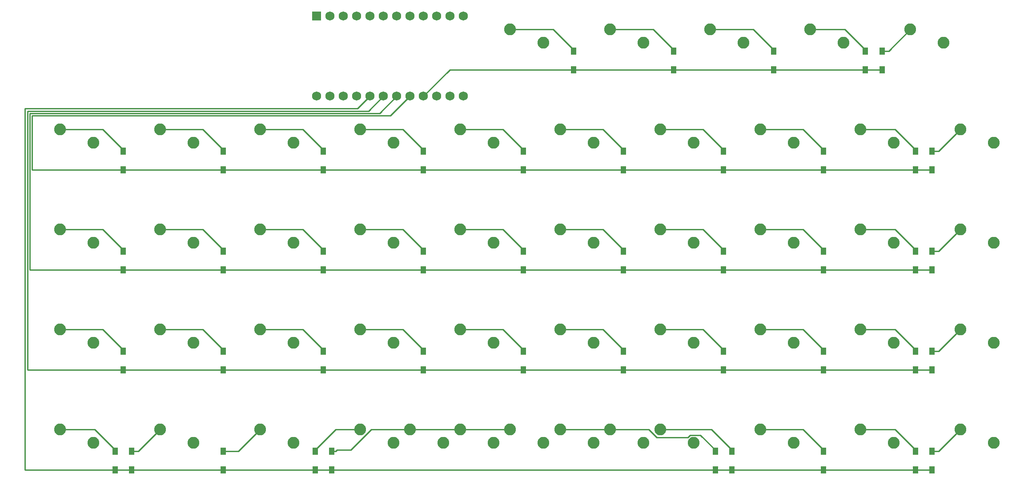
<source format=gtl>
G04 #@! TF.GenerationSoftware,KiCad,Pcbnew,(5.1.4)-1*
G04 #@! TF.CreationDate,2021-09-01T14:32:22-10:00*
G04 #@! TF.ProjectId,oya45,6f796134-352e-46b6-9963-61645f706362,rev?*
G04 #@! TF.SameCoordinates,Original*
G04 #@! TF.FileFunction,Copper,L1,Top*
G04 #@! TF.FilePolarity,Positive*
%FSLAX46Y46*%
G04 Gerber Fmt 4.6, Leading zero omitted, Abs format (unit mm)*
G04 Created by KiCad (PCBNEW (5.1.4)-1) date 2021-09-01 14:32:22*
%MOMM*%
%LPD*%
G04 APERTURE LIST*
%ADD10C,2.250000*%
%ADD11R,1.000000X1.400000*%
%ADD12R,1.752600X1.752600*%
%ADD13C,1.752600*%
%ADD14C,0.254000*%
G04 APERTURE END LIST*
D10*
X232410000Y-92710000D03*
X226060000Y-90170000D03*
X232410000Y-54610000D03*
X226060000Y-52070000D03*
X99060000Y-111760000D03*
X92710000Y-109220000D03*
X175260000Y-111760000D03*
X168910000Y-109220000D03*
X146685000Y-35560000D03*
X140335000Y-33020000D03*
D11*
X211137500Y-37118750D03*
X211137500Y-40668750D03*
X207962500Y-37118750D03*
X207962500Y-40668750D03*
X190500000Y-37118750D03*
X190500000Y-40668750D03*
X171450000Y-40668750D03*
X171450000Y-37118750D03*
X152400000Y-37118750D03*
X152400000Y-40668750D03*
X220662500Y-113318750D03*
X220662500Y-116868750D03*
X217487500Y-116868750D03*
X217487500Y-113318750D03*
X200025000Y-113318750D03*
X200025000Y-116868750D03*
X182562500Y-113318750D03*
X182562500Y-116868750D03*
X179387500Y-113318750D03*
X179387500Y-116868750D03*
X106362500Y-113318750D03*
X106362500Y-116868750D03*
X103187500Y-113318750D03*
X103187500Y-116868750D03*
X85725000Y-113318750D03*
X85725000Y-116868750D03*
X68262500Y-113318750D03*
X68262500Y-116868750D03*
X65087500Y-113318750D03*
X65087500Y-116868750D03*
X220662500Y-94268750D03*
X220662500Y-97818750D03*
X217487500Y-94268750D03*
X217487500Y-97818750D03*
X200025000Y-94268750D03*
X200025000Y-97818750D03*
X180975000Y-94268750D03*
X180975000Y-97818750D03*
X161925000Y-94268750D03*
X161925000Y-97818750D03*
X142875000Y-94268750D03*
X142875000Y-97818750D03*
X123825000Y-94268750D03*
X123825000Y-97818750D03*
X104775000Y-94268750D03*
X104775000Y-97818750D03*
X85725000Y-94268750D03*
X85725000Y-97818750D03*
X66675000Y-94268750D03*
X66675000Y-97818750D03*
X220662500Y-75218750D03*
X220662500Y-78768750D03*
X217487500Y-75218750D03*
X217487500Y-78768750D03*
X200025000Y-75218750D03*
X200025000Y-78768750D03*
X180975000Y-75218750D03*
X180975000Y-78768750D03*
X161925000Y-75218750D03*
X161925000Y-78768750D03*
X142875000Y-75218750D03*
X142875000Y-78768750D03*
X123825000Y-75218750D03*
X123825000Y-78768750D03*
X104775000Y-75218750D03*
X104775000Y-78768750D03*
X85725000Y-75218750D03*
X85725000Y-78768750D03*
X66675000Y-75218750D03*
X66675000Y-78768750D03*
X220662500Y-56168750D03*
X220662500Y-59718750D03*
X217487500Y-56168750D03*
X217487500Y-59718750D03*
X200025000Y-56168750D03*
X200025000Y-59718750D03*
X180975000Y-56168750D03*
X180975000Y-59718750D03*
X161925000Y-56168750D03*
X161925000Y-59718750D03*
X142875000Y-56168750D03*
X142875000Y-59718750D03*
X123825000Y-59718750D03*
X123825000Y-56168750D03*
X104775000Y-56168750D03*
X104775000Y-59718750D03*
X85725000Y-56168750D03*
X85725000Y-59718750D03*
X66675000Y-59718750D03*
X66675000Y-56168750D03*
D10*
X203835000Y-35560000D03*
X197485000Y-33020000D03*
X222885000Y-35560000D03*
X216535000Y-33020000D03*
D12*
X103505000Y-30480000D03*
D13*
X106045000Y-30480000D03*
X108585000Y-30480000D03*
X111125000Y-30480000D03*
X113665000Y-30480000D03*
X116205000Y-30480000D03*
X118745000Y-30480000D03*
X121285000Y-30480000D03*
X123825000Y-30480000D03*
X126365000Y-30480000D03*
X128905000Y-30480000D03*
X131445000Y-45720000D03*
X128905000Y-45720000D03*
X126365000Y-45720000D03*
X123825000Y-45720000D03*
X121285000Y-45720000D03*
X118745000Y-45720000D03*
X116205000Y-45720000D03*
X113665000Y-45720000D03*
X111125000Y-45720000D03*
X108585000Y-45720000D03*
X106045000Y-45720000D03*
X131445000Y-30480000D03*
X103505000Y-45720000D03*
D10*
X165735000Y-111760000D03*
X159385000Y-109220000D03*
X127635000Y-111760000D03*
X121285000Y-109220000D03*
X140335000Y-109220000D03*
X146685000Y-111760000D03*
X184785000Y-35560000D03*
X178435000Y-33020000D03*
X165735000Y-35560000D03*
X159385000Y-33020000D03*
X232410000Y-111760000D03*
X226060000Y-109220000D03*
X213360000Y-111760000D03*
X207010000Y-109220000D03*
X194310000Y-111760000D03*
X187960000Y-109220000D03*
X156210000Y-111760000D03*
X149860000Y-109220000D03*
X137160000Y-111760000D03*
X130810000Y-109220000D03*
X118110000Y-111760000D03*
X111760000Y-109220000D03*
X80010000Y-111760000D03*
X73660000Y-109220000D03*
X60960000Y-111760000D03*
X54610000Y-109220000D03*
X213360000Y-92710000D03*
X207010000Y-90170000D03*
X194310000Y-92710000D03*
X187960000Y-90170000D03*
X175260000Y-92710000D03*
X168910000Y-90170000D03*
X156210000Y-92710000D03*
X149860000Y-90170000D03*
X137160000Y-92710000D03*
X130810000Y-90170000D03*
X118110000Y-92710000D03*
X111760000Y-90170000D03*
X99060000Y-92710000D03*
X92710000Y-90170000D03*
X80010000Y-92710000D03*
X73660000Y-90170000D03*
X60960000Y-92710000D03*
X54610000Y-90170000D03*
X232410000Y-73660000D03*
X226060000Y-71120000D03*
X213360000Y-73660000D03*
X207010000Y-71120000D03*
X194310000Y-73660000D03*
X187960000Y-71120000D03*
X175260000Y-73660000D03*
X168910000Y-71120000D03*
X149860000Y-71120000D03*
X156210000Y-73660000D03*
X137160000Y-73660000D03*
X130810000Y-71120000D03*
X118110000Y-73660000D03*
X111760000Y-71120000D03*
X99060000Y-73660000D03*
X92710000Y-71120000D03*
X80010000Y-73660000D03*
X73660000Y-71120000D03*
X60960000Y-73660000D03*
X54610000Y-71120000D03*
X213360000Y-54610000D03*
X207010000Y-52070000D03*
X194310000Y-54610000D03*
X187960000Y-52070000D03*
X175260000Y-54610000D03*
X168910000Y-52070000D03*
X156210000Y-54610000D03*
X149860000Y-52070000D03*
X137160000Y-54610000D03*
X130810000Y-52070000D03*
X118110000Y-54610000D03*
X111760000Y-52070000D03*
X99060000Y-54610000D03*
X92710000Y-52070000D03*
X80010000Y-54610000D03*
X73660000Y-52070000D03*
X60960000Y-54610000D03*
X54610000Y-52070000D03*
D14*
X117563960Y-49441040D02*
X121285000Y-45720000D01*
X49326770Y-49441040D02*
X117563960Y-49441040D01*
X220662500Y-59718750D02*
X49326770Y-59718750D01*
X49326770Y-59718750D02*
X49326770Y-49441040D01*
X66675000Y-55968750D02*
X66675000Y-56168750D01*
X62776250Y-52070000D02*
X66675000Y-55968750D01*
X54610000Y-52070000D02*
X62776250Y-52070000D01*
X85725000Y-55968750D02*
X85725000Y-56168750D01*
X81826250Y-52070000D02*
X85725000Y-55968750D01*
X73660000Y-52070000D02*
X81826250Y-52070000D01*
X104775000Y-55968750D02*
X104775000Y-56168750D01*
X100876250Y-52070000D02*
X104775000Y-55968750D01*
X92710000Y-52070000D02*
X100876250Y-52070000D01*
X123825000Y-55968750D02*
X123825000Y-56168750D01*
X119926250Y-52070000D02*
X123825000Y-55968750D01*
X111760000Y-52070000D02*
X119926250Y-52070000D01*
X142875000Y-55968750D02*
X142875000Y-56168750D01*
X138976250Y-52070000D02*
X142875000Y-55968750D01*
X130810000Y-52070000D02*
X138976250Y-52070000D01*
X161925000Y-55968750D02*
X161925000Y-56168750D01*
X158026250Y-52070000D02*
X161925000Y-55968750D01*
X149860000Y-52070000D02*
X158026250Y-52070000D01*
X180975000Y-55968750D02*
X180975000Y-56168750D01*
X177076250Y-52070000D02*
X180975000Y-55968750D01*
X168910000Y-52070000D02*
X177076250Y-52070000D01*
X200025000Y-55968750D02*
X200025000Y-56168750D01*
X196126250Y-52070000D02*
X200025000Y-55968750D01*
X187960000Y-52070000D02*
X196126250Y-52070000D01*
X217487500Y-55968750D02*
X217487500Y-56168750D01*
X213588750Y-52070000D02*
X217487500Y-55968750D01*
X207010000Y-52070000D02*
X213588750Y-52070000D01*
X221961250Y-56168750D02*
X220662500Y-56168750D01*
X226060000Y-52070000D02*
X221961250Y-56168750D01*
X115477970Y-48987030D02*
X118745000Y-45720000D01*
X48872760Y-48987030D02*
X115477970Y-48987030D01*
X220662500Y-78768750D02*
X48872760Y-78768750D01*
X48872760Y-78768750D02*
X48872760Y-48987030D01*
X66675000Y-75018750D02*
X66675000Y-75218750D01*
X62776250Y-71120000D02*
X66675000Y-75018750D01*
X54610000Y-71120000D02*
X62776250Y-71120000D01*
X85725000Y-75018750D02*
X85725000Y-75218750D01*
X81826250Y-71120000D02*
X85725000Y-75018750D01*
X73660000Y-71120000D02*
X81826250Y-71120000D01*
X104775000Y-75018750D02*
X104775000Y-75218750D01*
X100876250Y-71120000D02*
X104775000Y-75018750D01*
X92710000Y-71120000D02*
X100876250Y-71120000D01*
X123825000Y-75018750D02*
X123825000Y-75218750D01*
X119926250Y-71120000D02*
X123825000Y-75018750D01*
X111760000Y-71120000D02*
X119926250Y-71120000D01*
X142875000Y-75018750D02*
X142875000Y-75218750D01*
X138976250Y-71120000D02*
X142875000Y-75018750D01*
X130810000Y-71120000D02*
X138976250Y-71120000D01*
X161925000Y-75018750D02*
X161925000Y-75218750D01*
X158026250Y-71120000D02*
X161925000Y-75018750D01*
X149860000Y-71120000D02*
X158026250Y-71120000D01*
X180975000Y-75018750D02*
X180975000Y-75218750D01*
X177076250Y-71120000D02*
X180975000Y-75018750D01*
X168910000Y-71120000D02*
X177076250Y-71120000D01*
X200025000Y-75018750D02*
X200025000Y-75218750D01*
X196126250Y-71120000D02*
X200025000Y-75018750D01*
X187960000Y-71120000D02*
X196126250Y-71120000D01*
X217487500Y-75018750D02*
X217487500Y-75218750D01*
X213588750Y-71120000D02*
X217487500Y-75018750D01*
X207010000Y-71120000D02*
X213588750Y-71120000D01*
X221961250Y-75218750D02*
X220662500Y-75218750D01*
X226060000Y-71120000D02*
X221961250Y-75218750D01*
X113391980Y-48533020D02*
X116205000Y-45720000D01*
X48418750Y-48533020D02*
X113391980Y-48533020D01*
X220662500Y-97818750D02*
X48418750Y-97818750D01*
X48418750Y-97818750D02*
X48418750Y-48533020D01*
X66675000Y-94068750D02*
X66675000Y-94268750D01*
X62776250Y-90170000D02*
X66675000Y-94068750D01*
X54610000Y-90170000D02*
X62776250Y-90170000D01*
X85725000Y-94068750D02*
X85725000Y-94268750D01*
X81826250Y-90170000D02*
X85725000Y-94068750D01*
X73660000Y-90170000D02*
X81826250Y-90170000D01*
X104775000Y-94068750D02*
X104775000Y-94268750D01*
X100876250Y-90170000D02*
X104775000Y-94068750D01*
X92710000Y-90170000D02*
X100876250Y-90170000D01*
X123825000Y-94068750D02*
X123825000Y-94268750D01*
X119926250Y-90170000D02*
X123825000Y-94068750D01*
X111760000Y-90170000D02*
X119926250Y-90170000D01*
X142875000Y-94068750D02*
X142875000Y-94268750D01*
X138976250Y-90170000D02*
X142875000Y-94068750D01*
X130810000Y-90170000D02*
X138976250Y-90170000D01*
X161925000Y-94068750D02*
X161925000Y-94268750D01*
X158026250Y-90170000D02*
X161925000Y-94068750D01*
X149860000Y-90170000D02*
X158026250Y-90170000D01*
X180975000Y-94068750D02*
X180975000Y-94268750D01*
X177076250Y-90170000D02*
X180975000Y-94068750D01*
X168910000Y-90170000D02*
X177076250Y-90170000D01*
X200025000Y-94068750D02*
X200025000Y-94268750D01*
X196126250Y-90170000D02*
X200025000Y-94068750D01*
X187960000Y-90170000D02*
X196126250Y-90170000D01*
X217487500Y-94068750D02*
X217487500Y-94268750D01*
X213588750Y-90170000D02*
X217487500Y-94068750D01*
X207010000Y-90170000D02*
X213588750Y-90170000D01*
X221961250Y-94268750D02*
X220662500Y-94268750D01*
X226060000Y-90170000D02*
X221961250Y-94268750D01*
X111305990Y-48079010D02*
X113665000Y-45720000D01*
X47964740Y-48079010D02*
X111305990Y-48079010D01*
X47964740Y-116866139D02*
X47967351Y-116868750D01*
X47964740Y-48079010D02*
X47964740Y-116866139D01*
X47979621Y-116868750D02*
X47977010Y-116866139D01*
X220662500Y-116868750D02*
X47979621Y-116868750D01*
X65087500Y-113118750D02*
X65087500Y-113318750D01*
X61188750Y-109220000D02*
X65087500Y-113118750D01*
X54610000Y-109220000D02*
X61188750Y-109220000D01*
X69561250Y-113318750D02*
X68262500Y-113318750D01*
X73660000Y-109220000D02*
X69561250Y-113318750D01*
X88611250Y-113318750D02*
X85725000Y-113318750D01*
X92710000Y-109220000D02*
X88611250Y-113318750D01*
X103187500Y-113118750D02*
X103187500Y-113318750D01*
X107086250Y-109220000D02*
X103187500Y-113118750D01*
X111760000Y-109220000D02*
X107086250Y-109220000D01*
X140335000Y-109220000D02*
X121285000Y-109220000D01*
X107116500Y-113318750D02*
X106362500Y-113318750D01*
X107337251Y-113097999D02*
X107116500Y-113318750D01*
X110030963Y-113097999D02*
X107337251Y-113097999D01*
X113908962Y-109220000D02*
X110030963Y-113097999D01*
X121285000Y-109220000D02*
X113908962Y-109220000D01*
X151450990Y-109220000D02*
X159385000Y-109220000D01*
X149860000Y-109220000D02*
X151450990Y-109220000D01*
X174199037Y-110672001D02*
X174563039Y-110307999D01*
X168213039Y-110672001D02*
X174199037Y-110672001D01*
X159385000Y-109220000D02*
X166761038Y-109220000D01*
X166761038Y-109220000D02*
X168213039Y-110672001D01*
X179387500Y-113118750D02*
X179387500Y-113318750D01*
X176576749Y-110307999D02*
X179387500Y-113118750D01*
X174563039Y-110307999D02*
X176576749Y-110307999D01*
X182562500Y-113118750D02*
X182562500Y-113318750D01*
X178663750Y-109220000D02*
X182562500Y-113118750D01*
X168910000Y-109220000D02*
X178663750Y-109220000D01*
X200025000Y-113118750D02*
X200025000Y-113318750D01*
X196126250Y-109220000D02*
X200025000Y-113118750D01*
X187960000Y-109220000D02*
X196126250Y-109220000D01*
X217487500Y-113118750D02*
X217487500Y-113318750D01*
X213588750Y-109220000D02*
X217487500Y-113118750D01*
X207010000Y-109220000D02*
X213588750Y-109220000D01*
X221961250Y-113318750D02*
X220662500Y-113318750D01*
X226060000Y-109220000D02*
X221961250Y-113318750D01*
X128876250Y-40668750D02*
X123825000Y-45720000D01*
X211137500Y-40668750D02*
X128876250Y-40668750D01*
X152400000Y-36918750D02*
X152400000Y-37118750D01*
X148501250Y-33020000D02*
X152400000Y-36918750D01*
X140335000Y-33020000D02*
X148501250Y-33020000D01*
X171450000Y-36918750D02*
X171450000Y-37118750D01*
X167551250Y-33020000D02*
X171450000Y-36918750D01*
X159385000Y-33020000D02*
X167551250Y-33020000D01*
X190500000Y-36918750D02*
X190500000Y-37118750D01*
X186601250Y-33020000D02*
X190500000Y-36918750D01*
X178435000Y-33020000D02*
X186601250Y-33020000D01*
X207962500Y-36918750D02*
X207962500Y-37118750D01*
X204063750Y-33020000D02*
X207962500Y-36918750D01*
X197485000Y-33020000D02*
X204063750Y-33020000D01*
X212436250Y-37118750D02*
X211137500Y-37118750D01*
X216535000Y-33020000D02*
X212436250Y-37118750D01*
M02*

</source>
